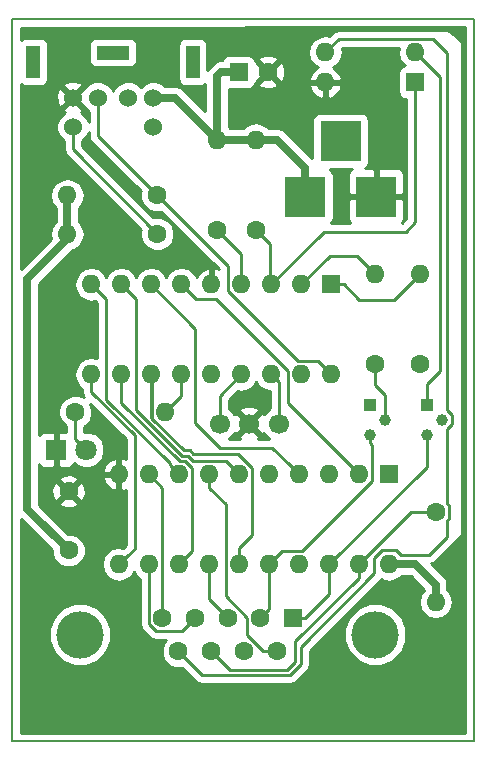
<source format=gbr>
%TF.GenerationSoftware,KiCad,Pcbnew,4.0.7*%
%TF.CreationDate,2018-07-15T04:01:03+03:00*%
%TF.ProjectId,AmstradPS2Mouse,416D73747261645053324D6F7573652E,rev?*%
%TF.FileFunction,Copper,L1,Top,Signal*%
%FSLAX46Y46*%
G04 Gerber Fmt 4.6, Leading zero omitted, Abs format (unit mm)*
G04 Created by KiCad (PCBNEW 4.0.7) date 07/15/18 04:01:03*
%MOMM*%
%LPD*%
G01*
G04 APERTURE LIST*
%ADD10C,0.100000*%
%ADD11C,0.150000*%
%ADD12R,3.500000X3.500000*%
%ADD13C,1.600000*%
%ADD14C,1.524000*%
%ADD15R,1.200000X2.800000*%
%ADD16R,2.800000X1.200000*%
%ADD17R,1.600000X1.600000*%
%ADD18C,4.000000*%
%ADD19C,1.000000*%
%ADD20R,1.000000X1.000000*%
%ADD21O,1.600000X1.600000*%
%ADD22C,1.700000*%
%ADD23R,1.800000X1.800000*%
%ADD24C,1.800000*%
%ADD25C,0.700000*%
%ADD26C,0.250000*%
%ADD27C,0.254000*%
G04 APERTURE END LIST*
D10*
D11*
X83540000Y-103809800D02*
X83540000Y-42697400D01*
X122605800Y-103809800D02*
X83540000Y-103809800D01*
X122605800Y-42672000D02*
X122605800Y-103809800D01*
X83540000Y-42697400D02*
X122605800Y-42672000D01*
D12*
X108325400Y-57708800D03*
X114325400Y-57708800D03*
X111325400Y-53008800D03*
D13*
X88290400Y-87677000D03*
X88290400Y-82677000D03*
D14*
X90753200Y-49326800D03*
X93353200Y-49326800D03*
X88653200Y-49326800D03*
X95453200Y-49326800D03*
X88653200Y-51826800D03*
X95453200Y-51826800D03*
D15*
X98803200Y-46326800D03*
X85303200Y-46326800D03*
D16*
X92053200Y-45526800D03*
D17*
X107289200Y-93372800D03*
D13*
X104519200Y-93372800D03*
X101749200Y-93372800D03*
X98979200Y-93372800D03*
X96209200Y-93372800D03*
X105904200Y-96212800D03*
X103134200Y-96212800D03*
X100364200Y-96212800D03*
X97594200Y-96212800D03*
D18*
X89249200Y-94792800D03*
X114249200Y-94792800D03*
D19*
X115112800Y-76606400D03*
X113842800Y-77876400D03*
D20*
X113842800Y-75336400D03*
D19*
X119888000Y-76606400D03*
X118618000Y-77876400D03*
D20*
X118618000Y-75336400D03*
D13*
X100863400Y-60502800D03*
D21*
X100863400Y-52882800D03*
D13*
X95808800Y-57607200D03*
D21*
X88188800Y-57607200D03*
D13*
X95808800Y-60883800D03*
D21*
X88188800Y-60883800D03*
D13*
X104140000Y-60502800D03*
D21*
X104140000Y-52882800D03*
D13*
X88849200Y-75946000D03*
D21*
X96469200Y-75946000D03*
D13*
X114249200Y-71907400D03*
D21*
X114249200Y-64287400D03*
D13*
X118033800Y-71907400D03*
D21*
X118033800Y-64287400D03*
D13*
X119380000Y-84429600D03*
D21*
X119380000Y-92049600D03*
D17*
X117652800Y-48031400D03*
D21*
X110032800Y-45491400D03*
X117652800Y-45491400D03*
X110032800Y-48031400D03*
D17*
X110540800Y-65151000D03*
D21*
X90220800Y-72771000D03*
X108000800Y-65151000D03*
X92760800Y-72771000D03*
X105460800Y-65151000D03*
X95300800Y-72771000D03*
X102920800Y-65151000D03*
X97840800Y-72771000D03*
X100380800Y-65151000D03*
X100380800Y-72771000D03*
X97840800Y-65151000D03*
X102920800Y-72771000D03*
X95300800Y-65151000D03*
X105460800Y-72771000D03*
X92760800Y-65151000D03*
X108000800Y-72771000D03*
X90220800Y-65151000D03*
X110540800Y-72771000D03*
D17*
X115417600Y-81229200D03*
D21*
X92557600Y-88849200D03*
X112877600Y-81229200D03*
X95097600Y-88849200D03*
X110337600Y-81229200D03*
X97637600Y-88849200D03*
X107797600Y-81229200D03*
X100177600Y-88849200D03*
X105257600Y-81229200D03*
X102717600Y-88849200D03*
X102717600Y-81229200D03*
X105257600Y-88849200D03*
X100177600Y-81229200D03*
X107797600Y-88849200D03*
X97637600Y-81229200D03*
X110337600Y-88849200D03*
X95097600Y-81229200D03*
X112877600Y-88849200D03*
X92557600Y-81229200D03*
X115417600Y-88849200D03*
D22*
X106070400Y-76936600D03*
X103570400Y-76936600D03*
X101070400Y-76936600D03*
D23*
X87249000Y-79146400D03*
D24*
X89789000Y-79146400D03*
D17*
X102681400Y-47167800D03*
D13*
X105181400Y-47167800D03*
D25*
X100863400Y-52882800D02*
X100863400Y-47485800D01*
X100863400Y-47485800D02*
X101181400Y-47167800D01*
X101181400Y-47167800D02*
X102681400Y-47167800D01*
X100863400Y-52882800D02*
X97307400Y-49326800D01*
X97307400Y-49326800D02*
X95453200Y-49326800D01*
X104140000Y-52882800D02*
X100863400Y-52882800D01*
X108325400Y-57708800D02*
X108325400Y-55258800D01*
X108325400Y-55258800D02*
X105949400Y-52882800D01*
X105949400Y-52882800D02*
X105271370Y-52882800D01*
X105271370Y-52882800D02*
X104140000Y-52882800D01*
X119380000Y-92049600D02*
X119380000Y-90576400D01*
X117652800Y-88849200D02*
X115417600Y-88849200D01*
X119380000Y-90576400D02*
X117652800Y-88849200D01*
X119278400Y-92151200D02*
X119380000Y-92049600D01*
X88290400Y-87677000D02*
X88218000Y-87677000D01*
X88188800Y-60883800D02*
X88188800Y-61341000D01*
X88188800Y-61341000D02*
X84810600Y-64719200D01*
X84810600Y-84197200D02*
X88290400Y-87677000D01*
X84810600Y-64719200D02*
X84810600Y-84197200D01*
X88188800Y-57607200D02*
X88188800Y-60883800D01*
D26*
X88849200Y-75946000D02*
X88849200Y-78206600D01*
X88849200Y-78206600D02*
X89789000Y-79146400D01*
X110540800Y-72771000D02*
X109415799Y-71645999D01*
X109415799Y-71645999D02*
X107750797Y-71645999D01*
X107750797Y-71645999D02*
X101795799Y-65691001D01*
X101795799Y-65691001D02*
X101795799Y-63594199D01*
X101795799Y-63594199D02*
X96608799Y-58407199D01*
X96608799Y-58407199D02*
X95808800Y-57607200D01*
X90753200Y-49326800D02*
X90753200Y-52551600D01*
X90753200Y-52551600D02*
X95808800Y-57607200D01*
X88653200Y-51826800D02*
X88653200Y-53728200D01*
X88653200Y-53728200D02*
X95808800Y-60883800D01*
X110337600Y-88849200D02*
X110337600Y-91374400D01*
X110337600Y-91374400D02*
X108339200Y-93372800D01*
X108339200Y-93372800D02*
X107289200Y-93372800D01*
X118618000Y-77876400D02*
X118618000Y-80568800D01*
X118618000Y-80568800D02*
X110337600Y-88849200D01*
X105257600Y-88849200D02*
X105257600Y-92634400D01*
X105257600Y-92634400D02*
X104519200Y-93372800D01*
X113842800Y-77876400D02*
X113842800Y-78583506D01*
X113842800Y-78583506D02*
X114002601Y-78743307D01*
X114002601Y-78743307D02*
X114002601Y-81769201D01*
X114002601Y-81769201D02*
X108047603Y-87724199D01*
X108047603Y-87724199D02*
X106382601Y-87724199D01*
X106382601Y-87724199D02*
X106057599Y-88049201D01*
X106057599Y-88049201D02*
X105257600Y-88849200D01*
X100177600Y-88849200D02*
X100177600Y-91801200D01*
X100177600Y-91801200D02*
X101749200Y-93372800D01*
X95097600Y-88849200D02*
X95097600Y-89980570D01*
X95097600Y-89980570D02*
X95084199Y-89993971D01*
X95084199Y-93912801D02*
X95669199Y-94497801D01*
X95084199Y-89993971D02*
X95084199Y-93912801D01*
X95669199Y-94497801D02*
X97854199Y-94497801D01*
X97854199Y-94497801D02*
X98979200Y-93372800D01*
X95097600Y-81229200D02*
X96222601Y-82354201D01*
X96222601Y-82354201D02*
X96222601Y-92228029D01*
X96222601Y-92228029D02*
X96209200Y-92241430D01*
X96209200Y-92241430D02*
X96209200Y-93372800D01*
X100177600Y-81229200D02*
X100177600Y-82360570D01*
X100177600Y-82360570D02*
X101592599Y-83775569D01*
X101592599Y-83775569D02*
X101592599Y-91551197D01*
X101592599Y-91551197D02*
X103394199Y-93352797D01*
X103394199Y-93352797D02*
X103394199Y-94834169D01*
X103394199Y-94834169D02*
X104772830Y-96212800D01*
X104772830Y-96212800D02*
X105904200Y-96212800D01*
X112877600Y-88849200D02*
X117297200Y-84429600D01*
X117297200Y-84429600D02*
X119380000Y-84429600D01*
X101164199Y-97012799D02*
X100364200Y-96212800D01*
X106810599Y-97787812D02*
X101939212Y-97787812D01*
X112877600Y-89980570D02*
X107479212Y-95378958D01*
X112877600Y-88849200D02*
X112877600Y-89980570D01*
X107479212Y-97119199D02*
X106810599Y-97787812D01*
X101939212Y-97787812D02*
X101164199Y-97012799D01*
X107479212Y-95378958D02*
X107479212Y-97119199D01*
X118192801Y-44366399D02*
X118200202Y-44373800D01*
X117112799Y-44366399D02*
X118192801Y-44366399D01*
X117105398Y-44373800D02*
X117112799Y-44366399D01*
X111150400Y-44373800D02*
X117105398Y-44373800D01*
X110032800Y-45491400D02*
X111150400Y-44373800D01*
X119151400Y-44373800D02*
X120294400Y-45516800D01*
X118200202Y-44373800D02*
X119151400Y-44373800D01*
X120294400Y-45516800D02*
X120294400Y-75791798D01*
X120294400Y-75791798D02*
X120713001Y-76210399D01*
X120713001Y-77002401D02*
X120294400Y-77421002D01*
X120713001Y-76210399D02*
X120713001Y-77002401D01*
X120294400Y-83678998D02*
X120505001Y-83889599D01*
X120294400Y-77421002D02*
X120294400Y-83678998D01*
X120505001Y-83889599D02*
X120505001Y-84969601D01*
X120505001Y-84969601D02*
X120294400Y-85180202D01*
X120294400Y-85180202D02*
X120294400Y-86563200D01*
X120294400Y-86563200D02*
X118825296Y-88032304D01*
X118825296Y-88032304D02*
X116413706Y-88032304D01*
X116413706Y-88032304D02*
X116005601Y-87624199D01*
X116005601Y-87624199D02*
X114829599Y-87624199D01*
X114829599Y-87624199D02*
X114173000Y-88280798D01*
X114173000Y-88280798D02*
X114173000Y-89609002D01*
X114173000Y-89609002D02*
X107929223Y-95852779D01*
X107929223Y-95852779D02*
X107929223Y-97305599D01*
X107929223Y-97305599D02*
X106996999Y-98237823D01*
X106996999Y-98237823D02*
X99619223Y-98237823D01*
X98394199Y-97012799D02*
X97594200Y-96212800D01*
X99619223Y-98237823D02*
X98394199Y-97012799D01*
X114249200Y-71907400D02*
X114249200Y-73685400D01*
X115112800Y-74549000D02*
X115112800Y-76606400D01*
X114249200Y-73685400D02*
X115112800Y-74549000D01*
X118618000Y-75336400D02*
X118618000Y-73609200D01*
X118618000Y-73609200D02*
X119710200Y-72517000D01*
X119710200Y-72517000D02*
X119710200Y-47548800D01*
X119710200Y-47548800D02*
X118452799Y-46291399D01*
X118452799Y-46291399D02*
X117652800Y-45491400D01*
X100863400Y-60502800D02*
X102920800Y-62560200D01*
X102920800Y-62560200D02*
X102920800Y-65151000D01*
X117652800Y-48031400D02*
X117652800Y-59867800D01*
X109931200Y-60680600D02*
X105460800Y-65151000D01*
X116840000Y-60680600D02*
X109931200Y-60680600D01*
X117652800Y-59867800D02*
X116840000Y-60680600D01*
X104140000Y-60502800D02*
X105359200Y-61722000D01*
X105359200Y-61722000D02*
X105359200Y-65227200D01*
X97840800Y-72771000D02*
X97840800Y-74574400D01*
X97840800Y-74574400D02*
X96469200Y-75946000D01*
X108000800Y-65151000D02*
X110439200Y-62712600D01*
X110439200Y-62712600D02*
X112674400Y-62712600D01*
X112674400Y-62712600D02*
X113449201Y-63487401D01*
X113449201Y-63487401D02*
X114249200Y-64287400D01*
X112886200Y-66446400D02*
X115874800Y-66446400D01*
X115874800Y-66446400D02*
X118033800Y-64287400D01*
X110540800Y-65151000D02*
X111590800Y-65151000D01*
X111590800Y-65151000D02*
X112886200Y-66446400D01*
X90220800Y-74275244D02*
X93878400Y-77932843D01*
X90220800Y-72771000D02*
X90220800Y-74275244D01*
X93878400Y-77932843D02*
X93878400Y-87528400D01*
X93878400Y-87528400D02*
X93357599Y-88049201D01*
X93357599Y-88049201D02*
X92557600Y-88849200D01*
X92760800Y-72771000D02*
X92760800Y-75175424D01*
X98437599Y-88049201D02*
X97637600Y-88849200D01*
X98762601Y-87724199D02*
X98437599Y-88049201D01*
X92760800Y-75175424D02*
X97689575Y-80104199D01*
X98177601Y-80104199D02*
X98762601Y-80689199D01*
X98762601Y-80689199D02*
X98762601Y-87724199D01*
X97689575Y-80104199D02*
X98177601Y-80104199D01*
X103842601Y-86327199D02*
X102717600Y-87452200D01*
X102717600Y-87452200D02*
X102717600Y-88849200D01*
X98822823Y-79476600D02*
X102630002Y-79476600D01*
X102630002Y-79476600D02*
X103842601Y-80689199D01*
X103842601Y-80689199D02*
X103842601Y-86327199D01*
X95300800Y-72771000D02*
X95300800Y-76442602D01*
X95344199Y-76486001D02*
X95300800Y-72771000D01*
X95344199Y-72814399D02*
X95344199Y-76486001D01*
X95300800Y-72771000D02*
X95344199Y-72814399D01*
X95300800Y-76442602D02*
X98062375Y-79204177D01*
X98062375Y-79204177D02*
X98550401Y-79204177D01*
X98550401Y-79204177D02*
X98822823Y-79476600D01*
X97840800Y-65151000D02*
X99065801Y-66376001D01*
X99065801Y-66376001D02*
X100730803Y-66376001D01*
X100730803Y-66376001D02*
X106875799Y-72520997D01*
X106875799Y-72520997D02*
X106875799Y-75227399D01*
X106875799Y-75227399D02*
X112077601Y-80429201D01*
X112077601Y-80429201D02*
X112877600Y-81229200D01*
X101070400Y-76936600D02*
X101070400Y-74621400D01*
X101070400Y-74621400D02*
X102920800Y-72771000D01*
X101100587Y-78975789D02*
X105544189Y-78975789D01*
X95300800Y-65151000D02*
X99034600Y-68884800D01*
X99034600Y-68884800D02*
X99034600Y-76909802D01*
X99034600Y-76909802D02*
X101100587Y-78975789D01*
X106997601Y-80429201D02*
X107797600Y-81229200D01*
X105544189Y-78975789D02*
X106997601Y-80429201D01*
X106070400Y-76936600D02*
X106070400Y-73380600D01*
X106070400Y-73380600D02*
X105460800Y-72771000D01*
X101592599Y-80104199D02*
X101917601Y-80429201D01*
X98364001Y-79654188D02*
X98814012Y-80104199D01*
X97875975Y-79654188D02*
X98364001Y-79654188D01*
X94030800Y-66421000D02*
X94030800Y-75809013D01*
X98814012Y-80104199D02*
X101592599Y-80104199D01*
X94030800Y-75809013D02*
X97875975Y-79654188D01*
X92760800Y-65151000D02*
X94030800Y-66421000D01*
X101917601Y-80429201D02*
X102717600Y-81229200D01*
X91490800Y-74908833D02*
X96837601Y-80255634D01*
X96837601Y-80429201D02*
X97637600Y-81229200D01*
X90220800Y-65151000D02*
X91490800Y-66421000D01*
X96837601Y-80255634D02*
X96837601Y-80429201D01*
X91490800Y-66421000D02*
X91490800Y-74908833D01*
D27*
G36*
X121895800Y-103099800D02*
X84250000Y-103099800D01*
X84250000Y-95314634D01*
X86613743Y-95314634D01*
X87014053Y-96283458D01*
X87754643Y-97025342D01*
X88722767Y-97427342D01*
X89771034Y-97428257D01*
X90739858Y-97027947D01*
X91481742Y-96287357D01*
X91883742Y-95319233D01*
X91884657Y-94270966D01*
X91484347Y-93302142D01*
X90743757Y-92560258D01*
X89775633Y-92158258D01*
X88727366Y-92157343D01*
X87758542Y-92557653D01*
X87016658Y-93298243D01*
X86614658Y-94266367D01*
X86613743Y-95314634D01*
X84250000Y-95314634D01*
X84250000Y-85029600D01*
X86855437Y-87635037D01*
X86855152Y-87961187D01*
X87073157Y-88488800D01*
X87476477Y-88892824D01*
X88003709Y-89111750D01*
X88574587Y-89112248D01*
X89102200Y-88894243D01*
X89506224Y-88490923D01*
X89725150Y-87963691D01*
X89725648Y-87392813D01*
X89507643Y-86865200D01*
X89104323Y-86461176D01*
X88577091Y-86242250D01*
X88248363Y-86241963D01*
X85795600Y-83789200D01*
X85795600Y-83684745D01*
X87462261Y-83684745D01*
X87536395Y-83930864D01*
X88073623Y-84123965D01*
X88643854Y-84096778D01*
X89044405Y-83930864D01*
X89118539Y-83684745D01*
X88290400Y-82856605D01*
X87462261Y-83684745D01*
X85795600Y-83684745D01*
X85795600Y-82460223D01*
X86843435Y-82460223D01*
X86870622Y-83030454D01*
X87036536Y-83431005D01*
X87282655Y-83505139D01*
X88110795Y-82677000D01*
X88470005Y-82677000D01*
X89298145Y-83505139D01*
X89544264Y-83431005D01*
X89737365Y-82893777D01*
X89710178Y-82323546D01*
X89544264Y-81922995D01*
X89298145Y-81848861D01*
X88470005Y-82677000D01*
X88110795Y-82677000D01*
X87282655Y-81848861D01*
X87036536Y-81922995D01*
X86843435Y-82460223D01*
X85795600Y-82460223D01*
X85795600Y-81669255D01*
X87462261Y-81669255D01*
X88290400Y-82497395D01*
X89118539Y-81669255D01*
X89091125Y-81578241D01*
X91165686Y-81578241D01*
X91405211Y-82084334D01*
X91820177Y-82460241D01*
X92208561Y-82621104D01*
X92430600Y-82499115D01*
X92430600Y-81356200D01*
X91286971Y-81356200D01*
X91165686Y-81578241D01*
X89091125Y-81578241D01*
X89044405Y-81423136D01*
X88507177Y-81230035D01*
X87936946Y-81257222D01*
X87536395Y-81423136D01*
X87462261Y-81669255D01*
X85795600Y-81669255D01*
X85795600Y-80880159D01*
X91165686Y-80880159D01*
X91286971Y-81102200D01*
X92430600Y-81102200D01*
X92430600Y-79959285D01*
X92208561Y-79837296D01*
X91820177Y-79998159D01*
X91405211Y-80374066D01*
X91165686Y-80880159D01*
X85795600Y-80880159D01*
X85795600Y-80369710D01*
X85810673Y-80406099D01*
X85989302Y-80584727D01*
X86222691Y-80681400D01*
X86963250Y-80681400D01*
X87122000Y-80522650D01*
X87122000Y-79273400D01*
X87102000Y-79273400D01*
X87102000Y-79019400D01*
X87122000Y-79019400D01*
X87122000Y-77770150D01*
X86963250Y-77611400D01*
X86222691Y-77611400D01*
X85989302Y-77708073D01*
X85810673Y-77886701D01*
X85795600Y-77923090D01*
X85795600Y-65127200D01*
X88700115Y-62222685D01*
X88766064Y-62209567D01*
X89231611Y-61898498D01*
X89542680Y-61432951D01*
X89651913Y-60883800D01*
X89542680Y-60334649D01*
X89231611Y-59869102D01*
X89173800Y-59830474D01*
X89173800Y-58660526D01*
X89231611Y-58621898D01*
X89542680Y-58156351D01*
X89651913Y-57607200D01*
X89542680Y-57058049D01*
X89231611Y-56592502D01*
X88766064Y-56281433D01*
X88216913Y-56172200D01*
X88160687Y-56172200D01*
X87611536Y-56281433D01*
X87145989Y-56592502D01*
X86834920Y-57058049D01*
X86725687Y-57607200D01*
X86834920Y-58156351D01*
X87145989Y-58621898D01*
X87203800Y-58660526D01*
X87203800Y-59830474D01*
X87145989Y-59869102D01*
X86834920Y-60334649D01*
X86725687Y-60883800D01*
X86813174Y-61323626D01*
X84250000Y-63886800D01*
X84250000Y-52103461D01*
X87255958Y-52103461D01*
X87468190Y-52617103D01*
X87860830Y-53010429D01*
X87893200Y-53023870D01*
X87893200Y-53728200D01*
X87951052Y-54019039D01*
X88115799Y-54265601D01*
X94395544Y-60545346D01*
X94374050Y-60597109D01*
X94373552Y-61167987D01*
X94591557Y-61695600D01*
X94994877Y-62099624D01*
X95522109Y-62318550D01*
X96092987Y-62319048D01*
X96620600Y-62101043D01*
X97024624Y-61697723D01*
X97243550Y-61170491D01*
X97244048Y-60599613D01*
X97026043Y-60072000D01*
X96622723Y-59667976D01*
X96095491Y-59449050D01*
X95524613Y-59448552D01*
X95470651Y-59470849D01*
X89413200Y-53413398D01*
X89413200Y-53024331D01*
X89443503Y-53011810D01*
X89836829Y-52619170D01*
X89993200Y-52242586D01*
X89993200Y-52551600D01*
X90051052Y-52842439D01*
X90215799Y-53089001D01*
X94395544Y-57268746D01*
X94374050Y-57320509D01*
X94373552Y-57891387D01*
X94591557Y-58419000D01*
X94994877Y-58823024D01*
X95522109Y-59041950D01*
X96092987Y-59042448D01*
X96146949Y-59020151D01*
X100996229Y-63869431D01*
X100729839Y-63759096D01*
X100507800Y-63881085D01*
X100507800Y-65024000D01*
X100527800Y-65024000D01*
X100527800Y-65278000D01*
X100507800Y-65278000D01*
X100507800Y-65298000D01*
X100253800Y-65298000D01*
X100253800Y-65278000D01*
X100233800Y-65278000D01*
X100233800Y-65024000D01*
X100253800Y-65024000D01*
X100253800Y-63881085D01*
X100031761Y-63759096D01*
X99643377Y-63919959D01*
X99228411Y-64295866D01*
X99125786Y-64512703D01*
X98855498Y-64108189D01*
X98389951Y-63797120D01*
X97840800Y-63687887D01*
X97291649Y-63797120D01*
X96826102Y-64108189D01*
X96570800Y-64490275D01*
X96315498Y-64108189D01*
X95849951Y-63797120D01*
X95300800Y-63687887D01*
X94751649Y-63797120D01*
X94286102Y-64108189D01*
X94030800Y-64490275D01*
X93775498Y-64108189D01*
X93309951Y-63797120D01*
X92760800Y-63687887D01*
X92211649Y-63797120D01*
X91746102Y-64108189D01*
X91490800Y-64490275D01*
X91235498Y-64108189D01*
X90769951Y-63797120D01*
X90220800Y-63687887D01*
X89671649Y-63797120D01*
X89206102Y-64108189D01*
X88895033Y-64573736D01*
X88785800Y-65122887D01*
X88785800Y-65179113D01*
X88895033Y-65728264D01*
X89206102Y-66193811D01*
X89671649Y-66504880D01*
X90220800Y-66614113D01*
X90544686Y-66549688D01*
X90730800Y-66735802D01*
X90730800Y-71409332D01*
X90220800Y-71307887D01*
X89671649Y-71417120D01*
X89206102Y-71728189D01*
X88895033Y-72193736D01*
X88785800Y-72742887D01*
X88785800Y-72799113D01*
X88895033Y-73348264D01*
X89206102Y-73813811D01*
X89460800Y-73983995D01*
X89460800Y-74275244D01*
X89518652Y-74566083D01*
X89614922Y-74710161D01*
X89135891Y-74511250D01*
X88565013Y-74510752D01*
X88037400Y-74728757D01*
X87633376Y-75132077D01*
X87414450Y-75659309D01*
X87413952Y-76230187D01*
X87631957Y-76757800D01*
X88035277Y-77161824D01*
X88089200Y-77184215D01*
X88089200Y-77611400D01*
X87534750Y-77611400D01*
X87376000Y-77770150D01*
X87376000Y-79019400D01*
X87396000Y-79019400D01*
X87396000Y-79273400D01*
X87376000Y-79273400D01*
X87376000Y-80522650D01*
X87534750Y-80681400D01*
X88275309Y-80681400D01*
X88508698Y-80584727D01*
X88687327Y-80406099D01*
X88743119Y-80271406D01*
X88918357Y-80446951D01*
X89482330Y-80681133D01*
X90092991Y-80681665D01*
X90657371Y-80448468D01*
X91089551Y-80017043D01*
X91323733Y-79453070D01*
X91324265Y-78842409D01*
X91091068Y-78278029D01*
X90659643Y-77845849D01*
X90095670Y-77611667D01*
X89609200Y-77611243D01*
X89609200Y-77184646D01*
X89661000Y-77163243D01*
X90065024Y-76759923D01*
X90283950Y-76232691D01*
X90284448Y-75661813D01*
X90109739Y-75238985D01*
X93118400Y-78247645D01*
X93118400Y-79925004D01*
X92906639Y-79837296D01*
X92684600Y-79959285D01*
X92684600Y-81102200D01*
X92704600Y-81102200D01*
X92704600Y-81356200D01*
X92684600Y-81356200D01*
X92684600Y-82499115D01*
X92906639Y-82621104D01*
X93118400Y-82533396D01*
X93118400Y-87213598D01*
X92881486Y-87450512D01*
X92557600Y-87386087D01*
X92008449Y-87495320D01*
X91542902Y-87806389D01*
X91231833Y-88271936D01*
X91122600Y-88821087D01*
X91122600Y-88877313D01*
X91231833Y-89426464D01*
X91542902Y-89892011D01*
X92008449Y-90203080D01*
X92557600Y-90312313D01*
X93106751Y-90203080D01*
X93572298Y-89892011D01*
X93827600Y-89509925D01*
X94082902Y-89892011D01*
X94324199Y-90053241D01*
X94324199Y-93912801D01*
X94382051Y-94203640D01*
X94546798Y-94450202D01*
X95131798Y-95035202D01*
X95378360Y-95199949D01*
X95669199Y-95257801D01*
X96519698Y-95257801D01*
X96378376Y-95398877D01*
X96159450Y-95926109D01*
X96158952Y-96496987D01*
X96376957Y-97024600D01*
X96780277Y-97428624D01*
X97307509Y-97647550D01*
X97878387Y-97648048D01*
X97932349Y-97625751D01*
X99081822Y-98775224D01*
X99328384Y-98939971D01*
X99619223Y-98997823D01*
X106996999Y-98997823D01*
X107287838Y-98939971D01*
X107534400Y-98775224D01*
X108466624Y-97843000D01*
X108631371Y-97596438D01*
X108689223Y-97305599D01*
X108689223Y-96167581D01*
X109542170Y-95314634D01*
X111613743Y-95314634D01*
X112014053Y-96283458D01*
X112754643Y-97025342D01*
X113722767Y-97427342D01*
X114771034Y-97428257D01*
X115739858Y-97027947D01*
X116481742Y-96287357D01*
X116883742Y-95319233D01*
X116884657Y-94270966D01*
X116484347Y-93302142D01*
X115743757Y-92560258D01*
X114775633Y-92158258D01*
X113727366Y-92157343D01*
X112758542Y-92557653D01*
X112016658Y-93298243D01*
X111614658Y-94266367D01*
X111613743Y-95314634D01*
X109542170Y-95314634D01*
X114710401Y-90146403D01*
X114733002Y-90112577D01*
X114868449Y-90203080D01*
X115417600Y-90312313D01*
X115966751Y-90203080D01*
X116432298Y-89892011D01*
X116470926Y-89834200D01*
X117244800Y-89834200D01*
X118395000Y-90984400D01*
X118395000Y-90986945D01*
X118365302Y-91006789D01*
X118054233Y-91472336D01*
X117945000Y-92021487D01*
X117945000Y-92077713D01*
X118054233Y-92626864D01*
X118365302Y-93092411D01*
X118830849Y-93403480D01*
X119380000Y-93512713D01*
X119929151Y-93403480D01*
X120394698Y-93092411D01*
X120705767Y-92626864D01*
X120815000Y-92077713D01*
X120815000Y-92021487D01*
X120705767Y-91472336D01*
X120394698Y-91006789D01*
X120365000Y-90986945D01*
X120365000Y-90576400D01*
X120290021Y-90199457D01*
X120076500Y-89879900D01*
X118961759Y-88765159D01*
X119116135Y-88734452D01*
X119362697Y-88569705D01*
X121416001Y-86516401D01*
X121580748Y-86269840D01*
X121638600Y-85979000D01*
X121638600Y-45034200D01*
X121580748Y-44743361D01*
X121416001Y-44496799D01*
X120755601Y-43836399D01*
X120509039Y-43671652D01*
X120218200Y-43613800D01*
X118230008Y-43613800D01*
X118192801Y-43606399D01*
X117112799Y-43606399D01*
X117075592Y-43613800D01*
X111150400Y-43613800D01*
X110859561Y-43671652D01*
X110612999Y-43836399D01*
X110337902Y-44111496D01*
X110060913Y-44056400D01*
X110004687Y-44056400D01*
X109455536Y-44165633D01*
X108989989Y-44476702D01*
X108678920Y-44942249D01*
X108569687Y-45491400D01*
X108678920Y-46040551D01*
X108989989Y-46506098D01*
X109394503Y-46776386D01*
X109177666Y-46879011D01*
X108801759Y-47293977D01*
X108640896Y-47682361D01*
X108762885Y-47904400D01*
X109905800Y-47904400D01*
X109905800Y-47884400D01*
X110159800Y-47884400D01*
X110159800Y-47904400D01*
X111302715Y-47904400D01*
X111424704Y-47682361D01*
X111263841Y-47293977D01*
X110887934Y-46879011D01*
X110671097Y-46776386D01*
X111075611Y-46506098D01*
X111386680Y-46040551D01*
X111495913Y-45491400D01*
X111431488Y-45167514D01*
X111465202Y-45133800D01*
X116260818Y-45133800D01*
X116189687Y-45491400D01*
X116298920Y-46040551D01*
X116609989Y-46506098D01*
X116754265Y-46602501D01*
X116617483Y-46628238D01*
X116401359Y-46767310D01*
X116256369Y-46979510D01*
X116205360Y-47231400D01*
X116205360Y-48831400D01*
X116249638Y-49066717D01*
X116388710Y-49282841D01*
X116600910Y-49427831D01*
X116852800Y-49478840D01*
X116892800Y-49478840D01*
X116892800Y-59552998D01*
X116525198Y-59920600D01*
X116511625Y-59920600D01*
X116613727Y-59818499D01*
X116710400Y-59585110D01*
X116710400Y-57994550D01*
X116551650Y-57835800D01*
X114452400Y-57835800D01*
X114452400Y-57855800D01*
X114198400Y-57855800D01*
X114198400Y-57835800D01*
X112099150Y-57835800D01*
X111940400Y-57994550D01*
X111940400Y-59585110D01*
X112037073Y-59818499D01*
X112139175Y-59920600D01*
X110528406Y-59920600D01*
X110671831Y-59710690D01*
X110722840Y-59458800D01*
X110722840Y-55958800D01*
X110678562Y-55723483D01*
X110539490Y-55507359D01*
X110391497Y-55406240D01*
X112250063Y-55406240D01*
X112215702Y-55420473D01*
X112037073Y-55599101D01*
X111940400Y-55832490D01*
X111940400Y-57423050D01*
X112099150Y-57581800D01*
X114198400Y-57581800D01*
X114198400Y-55482550D01*
X114452400Y-55482550D01*
X114452400Y-57581800D01*
X116551650Y-57581800D01*
X116710400Y-57423050D01*
X116710400Y-55832490D01*
X116613727Y-55599101D01*
X116435098Y-55420473D01*
X116201709Y-55323800D01*
X114611150Y-55323800D01*
X114452400Y-55482550D01*
X114198400Y-55482550D01*
X114039650Y-55323800D01*
X113370022Y-55323800D01*
X113526841Y-55222890D01*
X113671831Y-55010690D01*
X113722840Y-54758800D01*
X113722840Y-51258800D01*
X113678562Y-51023483D01*
X113539490Y-50807359D01*
X113327290Y-50662369D01*
X113075400Y-50611360D01*
X109575400Y-50611360D01*
X109340083Y-50655638D01*
X109123959Y-50794710D01*
X108978969Y-51006910D01*
X108927960Y-51258800D01*
X108927960Y-54468360D01*
X106645900Y-52186300D01*
X106326343Y-51972779D01*
X105949400Y-51897800D01*
X105193326Y-51897800D01*
X105154698Y-51839989D01*
X104689151Y-51528920D01*
X104140000Y-51419687D01*
X103590849Y-51528920D01*
X103125302Y-51839989D01*
X103086674Y-51897800D01*
X101916726Y-51897800D01*
X101878098Y-51839989D01*
X101848400Y-51820145D01*
X101848400Y-48608557D01*
X101881400Y-48615240D01*
X103481400Y-48615240D01*
X103716717Y-48570962D01*
X103932841Y-48431890D01*
X104077831Y-48219690D01*
X104086770Y-48175545D01*
X104353261Y-48175545D01*
X104427395Y-48421664D01*
X104964623Y-48614765D01*
X105534854Y-48587578D01*
X105935405Y-48421664D01*
X105947822Y-48380439D01*
X108640896Y-48380439D01*
X108801759Y-48768823D01*
X109177666Y-49183789D01*
X109683759Y-49423314D01*
X109905800Y-49302029D01*
X109905800Y-48158400D01*
X110159800Y-48158400D01*
X110159800Y-49302029D01*
X110381841Y-49423314D01*
X110887934Y-49183789D01*
X111263841Y-48768823D01*
X111424704Y-48380439D01*
X111302715Y-48158400D01*
X110159800Y-48158400D01*
X109905800Y-48158400D01*
X108762885Y-48158400D01*
X108640896Y-48380439D01*
X105947822Y-48380439D01*
X106009539Y-48175545D01*
X105181400Y-47347405D01*
X104353261Y-48175545D01*
X104086770Y-48175545D01*
X104126046Y-47981599D01*
X104173655Y-47995939D01*
X105001795Y-47167800D01*
X105361005Y-47167800D01*
X106189145Y-47995939D01*
X106435264Y-47921805D01*
X106628365Y-47384577D01*
X106601178Y-46814346D01*
X106435264Y-46413795D01*
X106189145Y-46339661D01*
X105361005Y-47167800D01*
X105001795Y-47167800D01*
X104173655Y-46339661D01*
X104126233Y-46353945D01*
X104089751Y-46160055D01*
X104353261Y-46160055D01*
X105181400Y-46988195D01*
X106009539Y-46160055D01*
X105935405Y-45913936D01*
X105398177Y-45720835D01*
X104827946Y-45748022D01*
X104427395Y-45913936D01*
X104353261Y-46160055D01*
X104089751Y-46160055D01*
X104084562Y-46132483D01*
X103945490Y-45916359D01*
X103733290Y-45771369D01*
X103481400Y-45720360D01*
X101881400Y-45720360D01*
X101646083Y-45764638D01*
X101429959Y-45903710D01*
X101284969Y-46115910D01*
X101271423Y-46182800D01*
X101181400Y-46182800D01*
X100804457Y-46257779D01*
X100484900Y-46471300D01*
X100166900Y-46789300D01*
X100050640Y-46963296D01*
X100050640Y-44926800D01*
X100006362Y-44691483D01*
X99867290Y-44475359D01*
X99655090Y-44330369D01*
X99403200Y-44279360D01*
X98203200Y-44279360D01*
X97967883Y-44323638D01*
X97751759Y-44462710D01*
X97606769Y-44674910D01*
X97555760Y-44926800D01*
X97555760Y-47726800D01*
X97600038Y-47962117D01*
X97739110Y-48178241D01*
X97951310Y-48323231D01*
X98203200Y-48374240D01*
X99403200Y-48374240D01*
X99638517Y-48329962D01*
X99854641Y-48190890D01*
X99878400Y-48156118D01*
X99878400Y-50504800D01*
X98003900Y-48630300D01*
X97684343Y-48416779D01*
X97307400Y-48341800D01*
X96443853Y-48341800D01*
X96245570Y-48143171D01*
X95732300Y-47930043D01*
X95176539Y-47929558D01*
X94662897Y-48141790D01*
X94403091Y-48401142D01*
X94145570Y-48143171D01*
X93632300Y-47930043D01*
X93076539Y-47929558D01*
X92562897Y-48141790D01*
X92169571Y-48534430D01*
X92053177Y-48814739D01*
X91938210Y-48536497D01*
X91545570Y-48143171D01*
X91032300Y-47930043D01*
X90476539Y-47929558D01*
X89962897Y-48141790D01*
X89569571Y-48534430D01*
X89530087Y-48629518D01*
X88832805Y-49326800D01*
X89529521Y-50023516D01*
X89568190Y-50117103D01*
X89960830Y-50510429D01*
X89993200Y-50523870D01*
X89993200Y-51411602D01*
X89838210Y-51036497D01*
X89445570Y-50643171D01*
X89301697Y-50583430D01*
X89384343Y-50549197D01*
X89453808Y-50307013D01*
X88653200Y-49506405D01*
X87852592Y-50307013D01*
X87922057Y-50549197D01*
X88010567Y-50580774D01*
X87862897Y-50641790D01*
X87469571Y-51034430D01*
X87256443Y-51547700D01*
X87255958Y-52103461D01*
X84250000Y-52103461D01*
X84250000Y-49119102D01*
X87244056Y-49119102D01*
X87271838Y-49674168D01*
X87430803Y-50057943D01*
X87672987Y-50127408D01*
X88473595Y-49326800D01*
X87672987Y-48526192D01*
X87430803Y-48595657D01*
X87244056Y-49119102D01*
X84250000Y-49119102D01*
X84250000Y-48185682D01*
X84451310Y-48323231D01*
X84703200Y-48374240D01*
X85903200Y-48374240D01*
X86050162Y-48346587D01*
X87852592Y-48346587D01*
X88653200Y-49147195D01*
X89453808Y-48346587D01*
X89384343Y-48104403D01*
X88860898Y-47917656D01*
X88305832Y-47945438D01*
X87922057Y-48104403D01*
X87852592Y-48346587D01*
X86050162Y-48346587D01*
X86138517Y-48329962D01*
X86354641Y-48190890D01*
X86499631Y-47978690D01*
X86550640Y-47726800D01*
X86550640Y-44926800D01*
X90005760Y-44926800D01*
X90005760Y-46126800D01*
X90050038Y-46362117D01*
X90189110Y-46578241D01*
X90401310Y-46723231D01*
X90653200Y-46774240D01*
X93453200Y-46774240D01*
X93688517Y-46729962D01*
X93904641Y-46590890D01*
X94049631Y-46378690D01*
X94100640Y-46126800D01*
X94100640Y-44926800D01*
X94056362Y-44691483D01*
X93917290Y-44475359D01*
X93705090Y-44330369D01*
X93453200Y-44279360D01*
X90653200Y-44279360D01*
X90417883Y-44323638D01*
X90201759Y-44462710D01*
X90056769Y-44674910D01*
X90005760Y-44926800D01*
X86550640Y-44926800D01*
X86506362Y-44691483D01*
X86367290Y-44475359D01*
X86155090Y-44330369D01*
X85903200Y-44279360D01*
X84703200Y-44279360D01*
X84467883Y-44323638D01*
X84251759Y-44462710D01*
X84250000Y-44465284D01*
X84250000Y-43406939D01*
X121895800Y-43382462D01*
X121895800Y-103099800D01*
X121895800Y-103099800D01*
G37*
X121895800Y-103099800D02*
X84250000Y-103099800D01*
X84250000Y-95314634D01*
X86613743Y-95314634D01*
X87014053Y-96283458D01*
X87754643Y-97025342D01*
X88722767Y-97427342D01*
X89771034Y-97428257D01*
X90739858Y-97027947D01*
X91481742Y-96287357D01*
X91883742Y-95319233D01*
X91884657Y-94270966D01*
X91484347Y-93302142D01*
X90743757Y-92560258D01*
X89775633Y-92158258D01*
X88727366Y-92157343D01*
X87758542Y-92557653D01*
X87016658Y-93298243D01*
X86614658Y-94266367D01*
X86613743Y-95314634D01*
X84250000Y-95314634D01*
X84250000Y-85029600D01*
X86855437Y-87635037D01*
X86855152Y-87961187D01*
X87073157Y-88488800D01*
X87476477Y-88892824D01*
X88003709Y-89111750D01*
X88574587Y-89112248D01*
X89102200Y-88894243D01*
X89506224Y-88490923D01*
X89725150Y-87963691D01*
X89725648Y-87392813D01*
X89507643Y-86865200D01*
X89104323Y-86461176D01*
X88577091Y-86242250D01*
X88248363Y-86241963D01*
X85795600Y-83789200D01*
X85795600Y-83684745D01*
X87462261Y-83684745D01*
X87536395Y-83930864D01*
X88073623Y-84123965D01*
X88643854Y-84096778D01*
X89044405Y-83930864D01*
X89118539Y-83684745D01*
X88290400Y-82856605D01*
X87462261Y-83684745D01*
X85795600Y-83684745D01*
X85795600Y-82460223D01*
X86843435Y-82460223D01*
X86870622Y-83030454D01*
X87036536Y-83431005D01*
X87282655Y-83505139D01*
X88110795Y-82677000D01*
X88470005Y-82677000D01*
X89298145Y-83505139D01*
X89544264Y-83431005D01*
X89737365Y-82893777D01*
X89710178Y-82323546D01*
X89544264Y-81922995D01*
X89298145Y-81848861D01*
X88470005Y-82677000D01*
X88110795Y-82677000D01*
X87282655Y-81848861D01*
X87036536Y-81922995D01*
X86843435Y-82460223D01*
X85795600Y-82460223D01*
X85795600Y-81669255D01*
X87462261Y-81669255D01*
X88290400Y-82497395D01*
X89118539Y-81669255D01*
X89091125Y-81578241D01*
X91165686Y-81578241D01*
X91405211Y-82084334D01*
X91820177Y-82460241D01*
X92208561Y-82621104D01*
X92430600Y-82499115D01*
X92430600Y-81356200D01*
X91286971Y-81356200D01*
X91165686Y-81578241D01*
X89091125Y-81578241D01*
X89044405Y-81423136D01*
X88507177Y-81230035D01*
X87936946Y-81257222D01*
X87536395Y-81423136D01*
X87462261Y-81669255D01*
X85795600Y-81669255D01*
X85795600Y-80880159D01*
X91165686Y-80880159D01*
X91286971Y-81102200D01*
X92430600Y-81102200D01*
X92430600Y-79959285D01*
X92208561Y-79837296D01*
X91820177Y-79998159D01*
X91405211Y-80374066D01*
X91165686Y-80880159D01*
X85795600Y-80880159D01*
X85795600Y-80369710D01*
X85810673Y-80406099D01*
X85989302Y-80584727D01*
X86222691Y-80681400D01*
X86963250Y-80681400D01*
X87122000Y-80522650D01*
X87122000Y-79273400D01*
X87102000Y-79273400D01*
X87102000Y-79019400D01*
X87122000Y-79019400D01*
X87122000Y-77770150D01*
X86963250Y-77611400D01*
X86222691Y-77611400D01*
X85989302Y-77708073D01*
X85810673Y-77886701D01*
X85795600Y-77923090D01*
X85795600Y-65127200D01*
X88700115Y-62222685D01*
X88766064Y-62209567D01*
X89231611Y-61898498D01*
X89542680Y-61432951D01*
X89651913Y-60883800D01*
X89542680Y-60334649D01*
X89231611Y-59869102D01*
X89173800Y-59830474D01*
X89173800Y-58660526D01*
X89231611Y-58621898D01*
X89542680Y-58156351D01*
X89651913Y-57607200D01*
X89542680Y-57058049D01*
X89231611Y-56592502D01*
X88766064Y-56281433D01*
X88216913Y-56172200D01*
X88160687Y-56172200D01*
X87611536Y-56281433D01*
X87145989Y-56592502D01*
X86834920Y-57058049D01*
X86725687Y-57607200D01*
X86834920Y-58156351D01*
X87145989Y-58621898D01*
X87203800Y-58660526D01*
X87203800Y-59830474D01*
X87145989Y-59869102D01*
X86834920Y-60334649D01*
X86725687Y-60883800D01*
X86813174Y-61323626D01*
X84250000Y-63886800D01*
X84250000Y-52103461D01*
X87255958Y-52103461D01*
X87468190Y-52617103D01*
X87860830Y-53010429D01*
X87893200Y-53023870D01*
X87893200Y-53728200D01*
X87951052Y-54019039D01*
X88115799Y-54265601D01*
X94395544Y-60545346D01*
X94374050Y-60597109D01*
X94373552Y-61167987D01*
X94591557Y-61695600D01*
X94994877Y-62099624D01*
X95522109Y-62318550D01*
X96092987Y-62319048D01*
X96620600Y-62101043D01*
X97024624Y-61697723D01*
X97243550Y-61170491D01*
X97244048Y-60599613D01*
X97026043Y-60072000D01*
X96622723Y-59667976D01*
X96095491Y-59449050D01*
X95524613Y-59448552D01*
X95470651Y-59470849D01*
X89413200Y-53413398D01*
X89413200Y-53024331D01*
X89443503Y-53011810D01*
X89836829Y-52619170D01*
X89993200Y-52242586D01*
X89993200Y-52551600D01*
X90051052Y-52842439D01*
X90215799Y-53089001D01*
X94395544Y-57268746D01*
X94374050Y-57320509D01*
X94373552Y-57891387D01*
X94591557Y-58419000D01*
X94994877Y-58823024D01*
X95522109Y-59041950D01*
X96092987Y-59042448D01*
X96146949Y-59020151D01*
X100996229Y-63869431D01*
X100729839Y-63759096D01*
X100507800Y-63881085D01*
X100507800Y-65024000D01*
X100527800Y-65024000D01*
X100527800Y-65278000D01*
X100507800Y-65278000D01*
X100507800Y-65298000D01*
X100253800Y-65298000D01*
X100253800Y-65278000D01*
X100233800Y-65278000D01*
X100233800Y-65024000D01*
X100253800Y-65024000D01*
X100253800Y-63881085D01*
X100031761Y-63759096D01*
X99643377Y-63919959D01*
X99228411Y-64295866D01*
X99125786Y-64512703D01*
X98855498Y-64108189D01*
X98389951Y-63797120D01*
X97840800Y-63687887D01*
X97291649Y-63797120D01*
X96826102Y-64108189D01*
X96570800Y-64490275D01*
X96315498Y-64108189D01*
X95849951Y-63797120D01*
X95300800Y-63687887D01*
X94751649Y-63797120D01*
X94286102Y-64108189D01*
X94030800Y-64490275D01*
X93775498Y-64108189D01*
X93309951Y-63797120D01*
X92760800Y-63687887D01*
X92211649Y-63797120D01*
X91746102Y-64108189D01*
X91490800Y-64490275D01*
X91235498Y-64108189D01*
X90769951Y-63797120D01*
X90220800Y-63687887D01*
X89671649Y-63797120D01*
X89206102Y-64108189D01*
X88895033Y-64573736D01*
X88785800Y-65122887D01*
X88785800Y-65179113D01*
X88895033Y-65728264D01*
X89206102Y-66193811D01*
X89671649Y-66504880D01*
X90220800Y-66614113D01*
X90544686Y-66549688D01*
X90730800Y-66735802D01*
X90730800Y-71409332D01*
X90220800Y-71307887D01*
X89671649Y-71417120D01*
X89206102Y-71728189D01*
X88895033Y-72193736D01*
X88785800Y-72742887D01*
X88785800Y-72799113D01*
X88895033Y-73348264D01*
X89206102Y-73813811D01*
X89460800Y-73983995D01*
X89460800Y-74275244D01*
X89518652Y-74566083D01*
X89614922Y-74710161D01*
X89135891Y-74511250D01*
X88565013Y-74510752D01*
X88037400Y-74728757D01*
X87633376Y-75132077D01*
X87414450Y-75659309D01*
X87413952Y-76230187D01*
X87631957Y-76757800D01*
X88035277Y-77161824D01*
X88089200Y-77184215D01*
X88089200Y-77611400D01*
X87534750Y-77611400D01*
X87376000Y-77770150D01*
X87376000Y-79019400D01*
X87396000Y-79019400D01*
X87396000Y-79273400D01*
X87376000Y-79273400D01*
X87376000Y-80522650D01*
X87534750Y-80681400D01*
X88275309Y-80681400D01*
X88508698Y-80584727D01*
X88687327Y-80406099D01*
X88743119Y-80271406D01*
X88918357Y-80446951D01*
X89482330Y-80681133D01*
X90092991Y-80681665D01*
X90657371Y-80448468D01*
X91089551Y-80017043D01*
X91323733Y-79453070D01*
X91324265Y-78842409D01*
X91091068Y-78278029D01*
X90659643Y-77845849D01*
X90095670Y-77611667D01*
X89609200Y-77611243D01*
X89609200Y-77184646D01*
X89661000Y-77163243D01*
X90065024Y-76759923D01*
X90283950Y-76232691D01*
X90284448Y-75661813D01*
X90109739Y-75238985D01*
X93118400Y-78247645D01*
X93118400Y-79925004D01*
X92906639Y-79837296D01*
X92684600Y-79959285D01*
X92684600Y-81102200D01*
X92704600Y-81102200D01*
X92704600Y-81356200D01*
X92684600Y-81356200D01*
X92684600Y-82499115D01*
X92906639Y-82621104D01*
X93118400Y-82533396D01*
X93118400Y-87213598D01*
X92881486Y-87450512D01*
X92557600Y-87386087D01*
X92008449Y-87495320D01*
X91542902Y-87806389D01*
X91231833Y-88271936D01*
X91122600Y-88821087D01*
X91122600Y-88877313D01*
X91231833Y-89426464D01*
X91542902Y-89892011D01*
X92008449Y-90203080D01*
X92557600Y-90312313D01*
X93106751Y-90203080D01*
X93572298Y-89892011D01*
X93827600Y-89509925D01*
X94082902Y-89892011D01*
X94324199Y-90053241D01*
X94324199Y-93912801D01*
X94382051Y-94203640D01*
X94546798Y-94450202D01*
X95131798Y-95035202D01*
X95378360Y-95199949D01*
X95669199Y-95257801D01*
X96519698Y-95257801D01*
X96378376Y-95398877D01*
X96159450Y-95926109D01*
X96158952Y-96496987D01*
X96376957Y-97024600D01*
X96780277Y-97428624D01*
X97307509Y-97647550D01*
X97878387Y-97648048D01*
X97932349Y-97625751D01*
X99081822Y-98775224D01*
X99328384Y-98939971D01*
X99619223Y-98997823D01*
X106996999Y-98997823D01*
X107287838Y-98939971D01*
X107534400Y-98775224D01*
X108466624Y-97843000D01*
X108631371Y-97596438D01*
X108689223Y-97305599D01*
X108689223Y-96167581D01*
X109542170Y-95314634D01*
X111613743Y-95314634D01*
X112014053Y-96283458D01*
X112754643Y-97025342D01*
X113722767Y-97427342D01*
X114771034Y-97428257D01*
X115739858Y-97027947D01*
X116481742Y-96287357D01*
X116883742Y-95319233D01*
X116884657Y-94270966D01*
X116484347Y-93302142D01*
X115743757Y-92560258D01*
X114775633Y-92158258D01*
X113727366Y-92157343D01*
X112758542Y-92557653D01*
X112016658Y-93298243D01*
X111614658Y-94266367D01*
X111613743Y-95314634D01*
X109542170Y-95314634D01*
X114710401Y-90146403D01*
X114733002Y-90112577D01*
X114868449Y-90203080D01*
X115417600Y-90312313D01*
X115966751Y-90203080D01*
X116432298Y-89892011D01*
X116470926Y-89834200D01*
X117244800Y-89834200D01*
X118395000Y-90984400D01*
X118395000Y-90986945D01*
X118365302Y-91006789D01*
X118054233Y-91472336D01*
X117945000Y-92021487D01*
X117945000Y-92077713D01*
X118054233Y-92626864D01*
X118365302Y-93092411D01*
X118830849Y-93403480D01*
X119380000Y-93512713D01*
X119929151Y-93403480D01*
X120394698Y-93092411D01*
X120705767Y-92626864D01*
X120815000Y-92077713D01*
X120815000Y-92021487D01*
X120705767Y-91472336D01*
X120394698Y-91006789D01*
X120365000Y-90986945D01*
X120365000Y-90576400D01*
X120290021Y-90199457D01*
X120076500Y-89879900D01*
X118961759Y-88765159D01*
X119116135Y-88734452D01*
X119362697Y-88569705D01*
X121416001Y-86516401D01*
X121580748Y-86269840D01*
X121638600Y-85979000D01*
X121638600Y-45034200D01*
X121580748Y-44743361D01*
X121416001Y-44496799D01*
X120755601Y-43836399D01*
X120509039Y-43671652D01*
X120218200Y-43613800D01*
X118230008Y-43613800D01*
X118192801Y-43606399D01*
X117112799Y-43606399D01*
X117075592Y-43613800D01*
X111150400Y-43613800D01*
X110859561Y-43671652D01*
X110612999Y-43836399D01*
X110337902Y-44111496D01*
X110060913Y-44056400D01*
X110004687Y-44056400D01*
X109455536Y-44165633D01*
X108989989Y-44476702D01*
X108678920Y-44942249D01*
X108569687Y-45491400D01*
X108678920Y-46040551D01*
X108989989Y-46506098D01*
X109394503Y-46776386D01*
X109177666Y-46879011D01*
X108801759Y-47293977D01*
X108640896Y-47682361D01*
X108762885Y-47904400D01*
X109905800Y-47904400D01*
X109905800Y-47884400D01*
X110159800Y-47884400D01*
X110159800Y-47904400D01*
X111302715Y-47904400D01*
X111424704Y-47682361D01*
X111263841Y-47293977D01*
X110887934Y-46879011D01*
X110671097Y-46776386D01*
X111075611Y-46506098D01*
X111386680Y-46040551D01*
X111495913Y-45491400D01*
X111431488Y-45167514D01*
X111465202Y-45133800D01*
X116260818Y-45133800D01*
X116189687Y-45491400D01*
X116298920Y-46040551D01*
X116609989Y-46506098D01*
X116754265Y-46602501D01*
X116617483Y-46628238D01*
X116401359Y-46767310D01*
X116256369Y-46979510D01*
X116205360Y-47231400D01*
X116205360Y-48831400D01*
X116249638Y-49066717D01*
X116388710Y-49282841D01*
X116600910Y-49427831D01*
X116852800Y-49478840D01*
X116892800Y-49478840D01*
X116892800Y-59552998D01*
X116525198Y-59920600D01*
X116511625Y-59920600D01*
X116613727Y-59818499D01*
X116710400Y-59585110D01*
X116710400Y-57994550D01*
X116551650Y-57835800D01*
X114452400Y-57835800D01*
X114452400Y-57855800D01*
X114198400Y-57855800D01*
X114198400Y-57835800D01*
X112099150Y-57835800D01*
X111940400Y-57994550D01*
X111940400Y-59585110D01*
X112037073Y-59818499D01*
X112139175Y-59920600D01*
X110528406Y-59920600D01*
X110671831Y-59710690D01*
X110722840Y-59458800D01*
X110722840Y-55958800D01*
X110678562Y-55723483D01*
X110539490Y-55507359D01*
X110391497Y-55406240D01*
X112250063Y-55406240D01*
X112215702Y-55420473D01*
X112037073Y-55599101D01*
X111940400Y-55832490D01*
X111940400Y-57423050D01*
X112099150Y-57581800D01*
X114198400Y-57581800D01*
X114198400Y-55482550D01*
X114452400Y-55482550D01*
X114452400Y-57581800D01*
X116551650Y-57581800D01*
X116710400Y-57423050D01*
X116710400Y-55832490D01*
X116613727Y-55599101D01*
X116435098Y-55420473D01*
X116201709Y-55323800D01*
X114611150Y-55323800D01*
X114452400Y-55482550D01*
X114198400Y-55482550D01*
X114039650Y-55323800D01*
X113370022Y-55323800D01*
X113526841Y-55222890D01*
X113671831Y-55010690D01*
X113722840Y-54758800D01*
X113722840Y-51258800D01*
X113678562Y-51023483D01*
X113539490Y-50807359D01*
X113327290Y-50662369D01*
X113075400Y-50611360D01*
X109575400Y-50611360D01*
X109340083Y-50655638D01*
X109123959Y-50794710D01*
X108978969Y-51006910D01*
X108927960Y-51258800D01*
X108927960Y-54468360D01*
X106645900Y-52186300D01*
X106326343Y-51972779D01*
X105949400Y-51897800D01*
X105193326Y-51897800D01*
X105154698Y-51839989D01*
X104689151Y-51528920D01*
X104140000Y-51419687D01*
X103590849Y-51528920D01*
X103125302Y-51839989D01*
X103086674Y-51897800D01*
X101916726Y-51897800D01*
X101878098Y-51839989D01*
X101848400Y-51820145D01*
X101848400Y-48608557D01*
X101881400Y-48615240D01*
X103481400Y-48615240D01*
X103716717Y-48570962D01*
X103932841Y-48431890D01*
X104077831Y-48219690D01*
X104086770Y-48175545D01*
X104353261Y-48175545D01*
X104427395Y-48421664D01*
X104964623Y-48614765D01*
X105534854Y-48587578D01*
X105935405Y-48421664D01*
X105947822Y-48380439D01*
X108640896Y-48380439D01*
X108801759Y-48768823D01*
X109177666Y-49183789D01*
X109683759Y-49423314D01*
X109905800Y-49302029D01*
X109905800Y-48158400D01*
X110159800Y-48158400D01*
X110159800Y-49302029D01*
X110381841Y-49423314D01*
X110887934Y-49183789D01*
X111263841Y-48768823D01*
X111424704Y-48380439D01*
X111302715Y-48158400D01*
X110159800Y-48158400D01*
X109905800Y-48158400D01*
X108762885Y-48158400D01*
X108640896Y-48380439D01*
X105947822Y-48380439D01*
X106009539Y-48175545D01*
X105181400Y-47347405D01*
X104353261Y-48175545D01*
X104086770Y-48175545D01*
X104126046Y-47981599D01*
X104173655Y-47995939D01*
X105001795Y-47167800D01*
X105361005Y-47167800D01*
X106189145Y-47995939D01*
X106435264Y-47921805D01*
X106628365Y-47384577D01*
X106601178Y-46814346D01*
X106435264Y-46413795D01*
X106189145Y-46339661D01*
X105361005Y-47167800D01*
X105001795Y-47167800D01*
X104173655Y-46339661D01*
X104126233Y-46353945D01*
X104089751Y-46160055D01*
X104353261Y-46160055D01*
X105181400Y-46988195D01*
X106009539Y-46160055D01*
X105935405Y-45913936D01*
X105398177Y-45720835D01*
X104827946Y-45748022D01*
X104427395Y-45913936D01*
X104353261Y-46160055D01*
X104089751Y-46160055D01*
X104084562Y-46132483D01*
X103945490Y-45916359D01*
X103733290Y-45771369D01*
X103481400Y-45720360D01*
X101881400Y-45720360D01*
X101646083Y-45764638D01*
X101429959Y-45903710D01*
X101284969Y-46115910D01*
X101271423Y-46182800D01*
X101181400Y-46182800D01*
X100804457Y-46257779D01*
X100484900Y-46471300D01*
X100166900Y-46789300D01*
X100050640Y-46963296D01*
X100050640Y-44926800D01*
X100006362Y-44691483D01*
X99867290Y-44475359D01*
X99655090Y-44330369D01*
X99403200Y-44279360D01*
X98203200Y-44279360D01*
X97967883Y-44323638D01*
X97751759Y-44462710D01*
X97606769Y-44674910D01*
X97555760Y-44926800D01*
X97555760Y-47726800D01*
X97600038Y-47962117D01*
X97739110Y-48178241D01*
X97951310Y-48323231D01*
X98203200Y-48374240D01*
X99403200Y-48374240D01*
X99638517Y-48329962D01*
X99854641Y-48190890D01*
X99878400Y-48156118D01*
X99878400Y-50504800D01*
X98003900Y-48630300D01*
X97684343Y-48416779D01*
X97307400Y-48341800D01*
X96443853Y-48341800D01*
X96245570Y-48143171D01*
X95732300Y-47930043D01*
X95176539Y-47929558D01*
X94662897Y-48141790D01*
X94403091Y-48401142D01*
X94145570Y-48143171D01*
X93632300Y-47930043D01*
X93076539Y-47929558D01*
X92562897Y-48141790D01*
X92169571Y-48534430D01*
X92053177Y-48814739D01*
X91938210Y-48536497D01*
X91545570Y-48143171D01*
X91032300Y-47930043D01*
X90476539Y-47929558D01*
X89962897Y-48141790D01*
X89569571Y-48534430D01*
X89530087Y-48629518D01*
X88832805Y-49326800D01*
X89529521Y-50023516D01*
X89568190Y-50117103D01*
X89960830Y-50510429D01*
X89993200Y-50523870D01*
X89993200Y-51411602D01*
X89838210Y-51036497D01*
X89445570Y-50643171D01*
X89301697Y-50583430D01*
X89384343Y-50549197D01*
X89453808Y-50307013D01*
X88653200Y-49506405D01*
X87852592Y-50307013D01*
X87922057Y-50549197D01*
X88010567Y-50580774D01*
X87862897Y-50641790D01*
X87469571Y-51034430D01*
X87256443Y-51547700D01*
X87255958Y-52103461D01*
X84250000Y-52103461D01*
X84250000Y-49119102D01*
X87244056Y-49119102D01*
X87271838Y-49674168D01*
X87430803Y-50057943D01*
X87672987Y-50127408D01*
X88473595Y-49326800D01*
X87672987Y-48526192D01*
X87430803Y-48595657D01*
X87244056Y-49119102D01*
X84250000Y-49119102D01*
X84250000Y-48185682D01*
X84451310Y-48323231D01*
X84703200Y-48374240D01*
X85903200Y-48374240D01*
X86050162Y-48346587D01*
X87852592Y-48346587D01*
X88653200Y-49147195D01*
X89453808Y-48346587D01*
X89384343Y-48104403D01*
X88860898Y-47917656D01*
X88305832Y-47945438D01*
X87922057Y-48104403D01*
X87852592Y-48346587D01*
X86050162Y-48346587D01*
X86138517Y-48329962D01*
X86354641Y-48190890D01*
X86499631Y-47978690D01*
X86550640Y-47726800D01*
X86550640Y-44926800D01*
X90005760Y-44926800D01*
X90005760Y-46126800D01*
X90050038Y-46362117D01*
X90189110Y-46578241D01*
X90401310Y-46723231D01*
X90653200Y-46774240D01*
X93453200Y-46774240D01*
X93688517Y-46729962D01*
X93904641Y-46590890D01*
X94049631Y-46378690D01*
X94100640Y-46126800D01*
X94100640Y-44926800D01*
X94056362Y-44691483D01*
X93917290Y-44475359D01*
X93705090Y-44330369D01*
X93453200Y-44279360D01*
X90653200Y-44279360D01*
X90417883Y-44323638D01*
X90201759Y-44462710D01*
X90056769Y-44674910D01*
X90005760Y-44926800D01*
X86550640Y-44926800D01*
X86506362Y-44691483D01*
X86367290Y-44475359D01*
X86155090Y-44330369D01*
X85903200Y-44279360D01*
X84703200Y-44279360D01*
X84467883Y-44323638D01*
X84251759Y-44462710D01*
X84250000Y-44465284D01*
X84250000Y-43406939D01*
X121895800Y-43382462D01*
X121895800Y-103099800D01*
G36*
X104446102Y-73813811D02*
X104911649Y-74124880D01*
X105310400Y-74204197D01*
X105310400Y-75643853D01*
X105230314Y-75676944D01*
X104812212Y-76094317D01*
X104797133Y-76130631D01*
X104614358Y-76072247D01*
X103750005Y-76936600D01*
X104614358Y-77800953D01*
X104796704Y-77742706D01*
X104810744Y-77776686D01*
X105228117Y-78194788D01*
X105278693Y-78215789D01*
X104359613Y-78215789D01*
X104434753Y-77980558D01*
X103570400Y-77116205D01*
X102706047Y-77980558D01*
X102781187Y-78215789D01*
X101863212Y-78215789D01*
X101910486Y-78196256D01*
X102328588Y-77778883D01*
X102343667Y-77742569D01*
X102526442Y-77800953D01*
X103390795Y-76936600D01*
X102526442Y-76072247D01*
X102344096Y-76130494D01*
X102330056Y-76096514D01*
X102126540Y-75892642D01*
X102706047Y-75892642D01*
X103570400Y-76756995D01*
X104434753Y-75892642D01*
X104354480Y-75641341D01*
X103799121Y-75439882D01*
X103208942Y-75466285D01*
X102786320Y-75641341D01*
X102706047Y-75892642D01*
X102126540Y-75892642D01*
X101912683Y-75678412D01*
X101830400Y-75644245D01*
X101830400Y-74936202D01*
X102596914Y-74169688D01*
X102920800Y-74234113D01*
X103469951Y-74124880D01*
X103935498Y-73813811D01*
X104190800Y-73431725D01*
X104446102Y-73813811D01*
X104446102Y-73813811D01*
G37*
X104446102Y-73813811D02*
X104911649Y-74124880D01*
X105310400Y-74204197D01*
X105310400Y-75643853D01*
X105230314Y-75676944D01*
X104812212Y-76094317D01*
X104797133Y-76130631D01*
X104614358Y-76072247D01*
X103750005Y-76936600D01*
X104614358Y-77800953D01*
X104796704Y-77742706D01*
X104810744Y-77776686D01*
X105228117Y-78194788D01*
X105278693Y-78215789D01*
X104359613Y-78215789D01*
X104434753Y-77980558D01*
X103570400Y-77116205D01*
X102706047Y-77980558D01*
X102781187Y-78215789D01*
X101863212Y-78215789D01*
X101910486Y-78196256D01*
X102328588Y-77778883D01*
X102343667Y-77742569D01*
X102526442Y-77800953D01*
X103390795Y-76936600D01*
X102526442Y-76072247D01*
X102344096Y-76130494D01*
X102330056Y-76096514D01*
X102126540Y-75892642D01*
X102706047Y-75892642D01*
X103570400Y-76756995D01*
X104434753Y-75892642D01*
X104354480Y-75641341D01*
X103799121Y-75439882D01*
X103208942Y-75466285D01*
X102786320Y-75641341D01*
X102706047Y-75892642D01*
X102126540Y-75892642D01*
X101912683Y-75678412D01*
X101830400Y-75644245D01*
X101830400Y-74936202D01*
X102596914Y-74169688D01*
X102920800Y-74234113D01*
X103469951Y-74124880D01*
X103935498Y-73813811D01*
X104190800Y-73431725D01*
X104446102Y-73813811D01*
M02*

</source>
